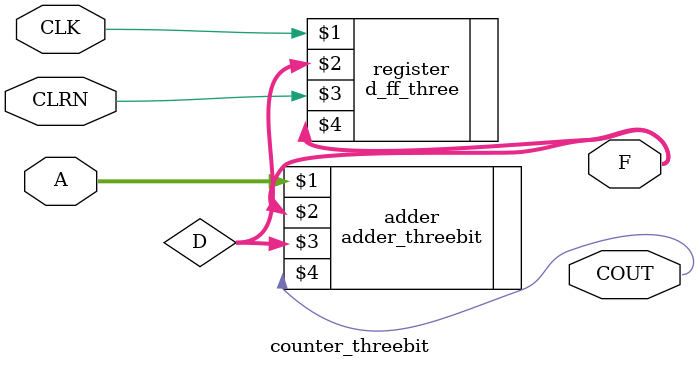
<source format=sv>
`include "adder_threebit.sv"
`include "d_ff_three.sv"

module counter_threebit (
	input logic [2:0] A,
	input logic CLK,
	input logic CLRN,
	output logic [2:0] F,
	output logic COUT
);

logic [2:0] D;

adder_threebit adder (A, F, D, COUT);
d_ff_three register (CLK, D, CLRN, F);

endmodule : counter_threebit


</source>
